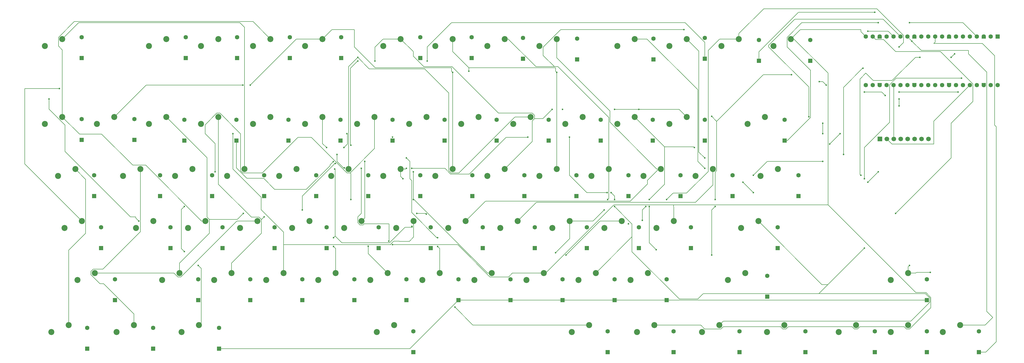
<source format=gbr>
%TF.GenerationSoftware,KiCad,Pcbnew,9.0.2*%
%TF.CreationDate,2025-07-16T18:53:34+05:00*%
%TF.ProjectId,SR-U2764,53522d55-3237-4363-942e-6b696361645f,rev?*%
%TF.SameCoordinates,Original*%
%TF.FileFunction,Copper,L2,Bot*%
%TF.FilePolarity,Positive*%
%FSLAX46Y46*%
G04 Gerber Fmt 4.6, Leading zero omitted, Abs format (unit mm)*
G04 Created by KiCad (PCBNEW 9.0.2) date 2025-07-16 18:53:34*
%MOMM*%
%LPD*%
G01*
G04 APERTURE LIST*
G04 Aperture macros list*
%AMRoundRect*
0 Rectangle with rounded corners*
0 $1 Rounding radius*
0 $2 $3 $4 $5 $6 $7 $8 $9 X,Y pos of 4 corners*
0 Add a 4 corners polygon primitive as box body*
4,1,4,$2,$3,$4,$5,$6,$7,$8,$9,$2,$3,0*
0 Add four circle primitives for the rounded corners*
1,1,$1+$1,$2,$3*
1,1,$1+$1,$4,$5*
1,1,$1+$1,$6,$7*
1,1,$1+$1,$8,$9*
0 Add four rect primitives between the rounded corners*
20,1,$1+$1,$2,$3,$4,$5,0*
20,1,$1+$1,$4,$5,$6,$7,0*
20,1,$1+$1,$6,$7,$8,$9,0*
20,1,$1+$1,$8,$9,$2,$3,0*%
%AMFreePoly0*
4,1,37,0.603843,0.796157,0.639018,0.796157,0.711114,0.766294,0.766294,0.711114,0.796157,0.639018,0.796157,0.603843,0.800000,0.600000,0.800000,-0.600000,0.796157,-0.603843,0.796157,-0.639018,0.766294,-0.711114,0.711114,-0.766294,0.639018,-0.796157,0.603843,-0.796157,0.600000,-0.800000,0.000000,-0.800000,0.000000,-0.796148,-0.078414,-0.796148,-0.232228,-0.765552,-0.377117,-0.705537,
-0.507515,-0.618408,-0.618408,-0.507515,-0.705537,-0.377117,-0.765552,-0.232228,-0.796148,-0.078414,-0.796148,0.078414,-0.765552,0.232228,-0.705537,0.377117,-0.618408,0.507515,-0.507515,0.618408,-0.377117,0.705537,-0.232228,0.765552,-0.078414,0.796148,0.000000,0.796148,0.000000,0.800000,0.600000,0.800000,0.603843,0.796157,0.603843,0.796157,$1*%
%AMFreePoly1*
4,1,37,0.000000,0.796148,0.078414,0.796148,0.232228,0.765552,0.377117,0.705537,0.507515,0.618408,0.618408,0.507515,0.705537,0.377117,0.765552,0.232228,0.796148,0.078414,0.796148,-0.078414,0.765552,-0.232228,0.705537,-0.377117,0.618408,-0.507515,0.507515,-0.618408,0.377117,-0.705537,0.232228,-0.765552,0.078414,-0.796148,0.000000,-0.796148,0.000000,-0.800000,-0.600000,-0.800000,
-0.603843,-0.796157,-0.639018,-0.796157,-0.711114,-0.766294,-0.766294,-0.711114,-0.796157,-0.639018,-0.796157,-0.603843,-0.800000,-0.600000,-0.800000,0.600000,-0.796157,0.603843,-0.796157,0.639018,-0.766294,0.711114,-0.711114,0.766294,-0.639018,0.796157,-0.603843,0.796157,-0.600000,0.800000,0.000000,0.800000,0.000000,0.796148,0.000000,0.796148,$1*%
G04 Aperture macros list end*
%TA.AperFunction,ComponentPad*%
%ADD10C,2.200000*%
%TD*%
%TA.AperFunction,ComponentPad*%
%ADD11RoundRect,0.250000X0.550000X-0.550000X0.550000X0.550000X-0.550000X0.550000X-0.550000X-0.550000X0*%
%TD*%
%TA.AperFunction,ComponentPad*%
%ADD12C,1.600000*%
%TD*%
%TA.AperFunction,ComponentPad*%
%ADD13RoundRect,0.200000X-0.600000X0.600000X-0.600000X-0.600000X0.600000X-0.600000X0.600000X0.600000X0*%
%TD*%
%TA.AperFunction,ComponentPad*%
%ADD14FreePoly0,270.000000*%
%TD*%
%TA.AperFunction,ComponentPad*%
%ADD15FreePoly1,270.000000*%
%TD*%
%TA.AperFunction,ComponentPad*%
%ADD16R,1.700000X1.700000*%
%TD*%
%TA.AperFunction,ComponentPad*%
%ADD17C,1.700000*%
%TD*%
%TA.AperFunction,ViaPad*%
%ADD18C,0.600000*%
%TD*%
%TA.AperFunction,Conductor*%
%ADD19C,0.200000*%
%TD*%
G04 APERTURE END LIST*
D10*
%TO.P,SW11,1,1*%
%TO.N,COL1*%
X272858750Y-41520000D03*
%TO.P,SW11,2,2*%
%TO.N,Net-(D11-A)*%
X266508750Y-44060000D03*
%TD*%
D11*
%TO.P,D72,1,K*%
%TO.N,ROW8*%
X243840000Y-156210000D03*
D12*
%TO.P,D72,2,A*%
%TO.N,Net-(D72-A)*%
X243840000Y-148590000D03*
%TD*%
D11*
%TO.P,D46,1,K*%
%TO.N,ROW5*%
X140970000Y-118110000D03*
D12*
%TO.P,D46,2,A*%
%TO.N,Net-(D46-A)*%
X140970000Y-110490000D03*
%TD*%
D11*
%TO.P,D10,1,K*%
%TO.N,ROW1*%
X260604000Y-49022000D03*
D12*
%TO.P,D10,2,A*%
%TO.N,Net-(D10-A)*%
X260604000Y-41402000D03*
%TD*%
D10*
%TO.P,SW62,1,1*%
%TO.N,COL2*%
X201421250Y-127245000D03*
%TO.P,SW62,2,2*%
%TO.N,Net-(D62-A)*%
X195071250Y-129785000D03*
%TD*%
%TO.P,SW56,1,1*%
%TO.N,COL6*%
X87121250Y-127245000D03*
%TO.P,SW56,2,2*%
%TO.N,Net-(D56-A)*%
X80771250Y-129785000D03*
%TD*%
%TO.P,SW19,1,1*%
%TO.N,COL9*%
X139508750Y-70095000D03*
%TO.P,SW19,2,2*%
%TO.N,Net-(D19-A)*%
X133158750Y-72635000D03*
%TD*%
D11*
%TO.P,D75,1,K*%
%TO.N,ROW8*%
X316230000Y-156210000D03*
D12*
%TO.P,D75,2,A*%
%TO.N,Net-(D75-A)*%
X316230000Y-148590000D03*
%TD*%
D10*
%TO.P,SW31,1,1*%
%TO.N,COL1*%
X110933750Y-89145000D03*
%TO.P,SW31,2,2*%
%TO.N,Net-(D31-A)*%
X104583750Y-91685000D03*
%TD*%
%TO.P,SW58,1,1*%
%TO.N,COL8*%
X125221250Y-127245000D03*
%TO.P,SW58,2,2*%
%TO.N,Net-(D58-A)*%
X118871250Y-129785000D03*
%TD*%
D11*
%TO.P,D37,1,K*%
%TO.N,ROW4*%
X232410000Y-99060000D03*
D12*
%TO.P,D37,2,A*%
%TO.N,Net-(D37-A)*%
X232410000Y-91440000D03*
%TD*%
D11*
%TO.P,D22,1,K*%
%TO.N,ROW3*%
X203200000Y-78740000D03*
D12*
%TO.P,D22,2,A*%
%TO.N,Net-(D22-A)*%
X203200000Y-71120000D03*
%TD*%
D11*
%TO.P,D39,1,K*%
%TO.N,ROW4*%
X270510000Y-99060000D03*
D12*
%TO.P,D39,2,A*%
%TO.N,Net-(D39-A)*%
X270510000Y-91440000D03*
%TD*%
D11*
%TO.P,D14,1,K*%
%TO.N,ROW2*%
X51308000Y-78486000D03*
D12*
%TO.P,D14,2,A*%
%TO.N,Net-(D14-A)*%
X51308000Y-70866000D03*
%TD*%
D10*
%TO.P,SW49,1,1*%
%TO.N,COL9*%
X191896250Y-108195000D03*
%TO.P,SW49,2,2*%
%TO.N,Net-(D49-A)*%
X185546250Y-110735000D03*
%TD*%
D11*
%TO.P,D65,1,K*%
%TO.N,ROW7*%
X265430000Y-137160000D03*
D12*
%TO.P,D65,2,A*%
%TO.N,Net-(D65-A)*%
X265430000Y-129540000D03*
%TD*%
D10*
%TO.P,SW72,1,1*%
%TO.N,COL2*%
X237140000Y-146295000D03*
%TO.P,SW72,2,2*%
%TO.N,Net-(D72-A)*%
X230790000Y-148835000D03*
%TD*%
D11*
%TO.P,D56,1,K*%
%TO.N,ROW6*%
X93980000Y-137160000D03*
D12*
%TO.P,D56,2,A*%
%TO.N,Net-(D56-A)*%
X93980000Y-129540000D03*
%TD*%
D10*
%TO.P,SW38,1,1*%
%TO.N,COL8*%
X244283750Y-89145000D03*
%TO.P,SW38,2,2*%
%TO.N,Net-(D38-A)*%
X237933750Y-91685000D03*
%TD*%
%TO.P,SW17,1,1*%
%TO.N,COL7*%
X101408750Y-70095000D03*
%TO.P,SW17,2,2*%
%TO.N,Net-(D17-A)*%
X95058750Y-72635000D03*
%TD*%
%TO.P,SW67,1,1*%
%TO.N,COL7*%
X353821250Y-127245000D03*
%TO.P,SW67,2,2*%
%TO.N,Net-(D67-A)*%
X347471250Y-129785000D03*
%TD*%
D11*
%TO.P,D20,1,K*%
%TO.N,ROW2*%
X165100000Y-78740000D03*
D12*
%TO.P,D20,2,A*%
%TO.N,Net-(D20-A)*%
X165100000Y-71120000D03*
%TD*%
D10*
%TO.P,SW63,1,1*%
%TO.N,COL3*%
X220471250Y-127245000D03*
%TO.P,SW63,2,2*%
%TO.N,Net-(D63-A)*%
X214121250Y-129785000D03*
%TD*%
D11*
%TO.P,D9,1,K*%
%TO.N,ROW1*%
X232664000Y-49022000D03*
D12*
%TO.P,D9,2,A*%
%TO.N,Net-(D9-A)*%
X232664000Y-41402000D03*
%TD*%
D11*
%TO.P,D59,1,K*%
%TO.N,ROW6*%
X151130000Y-137160000D03*
D12*
%TO.P,D59,2,A*%
%TO.N,Net-(D59-A)*%
X151130000Y-129540000D03*
%TD*%
D10*
%TO.P,SW65,1,1*%
%TO.N,COL5*%
X258571250Y-127245000D03*
%TO.P,SW65,2,2*%
%TO.N,Net-(D65-A)*%
X252221250Y-129785000D03*
%TD*%
%TO.P,SW50,1,1*%
%TO.N,COL10*%
X210946250Y-108195000D03*
%TO.P,SW50,2,2*%
%TO.N,Net-(D50-A)*%
X204596250Y-110735000D03*
%TD*%
%TO.P,SW29,1,1*%
%TO.N,COL9*%
X72833750Y-89145000D03*
%TO.P,SW29,2,2*%
%TO.N,Net-(D29-A)*%
X66483750Y-91685000D03*
%TD*%
D11*
%TO.P,D6,1,K*%
%TO.N,ROW1*%
X175260000Y-48514000D03*
D12*
%TO.P,D6,2,A*%
%TO.N,Net-(D6-A)*%
X175260000Y-40894000D03*
%TD*%
D10*
%TO.P,SW75,1,1*%
%TO.N,COL5*%
X308577500Y-146295000D03*
%TO.P,SW75,2,2*%
%TO.N,Net-(D75-A)*%
X302227500Y-148835000D03*
%TD*%
D11*
%TO.P,D38,1,K*%
%TO.N,ROW4*%
X251460000Y-99060000D03*
D12*
%TO.P,D38,2,A*%
%TO.N,Net-(D38-A)*%
X251460000Y-91440000D03*
%TD*%
D11*
%TO.P,D4,1,K*%
%TO.N,ROW1*%
X127508000Y-48514000D03*
D12*
%TO.P,D4,2,A*%
%TO.N,Net-(D4-A)*%
X127508000Y-40894000D03*
%TD*%
D11*
%TO.P,D25,1,K*%
%TO.N,ROW3*%
X260350000Y-78740000D03*
D12*
%TO.P,D25,2,A*%
%TO.N,Net-(D25-A)*%
X260350000Y-71120000D03*
%TD*%
D11*
%TO.P,D3,1,K*%
%TO.N,ROW1*%
X108204000Y-48514000D03*
D12*
%TO.P,D3,2,A*%
%TO.N,Net-(D3-A)*%
X108204000Y-40894000D03*
%TD*%
D11*
%TO.P,D21,1,K*%
%TO.N,ROW3*%
X184150000Y-78740000D03*
D12*
%TO.P,D21,2,A*%
%TO.N,Net-(D21-A)*%
X184150000Y-71120000D03*
%TD*%
D11*
%TO.P,D71,1,K*%
%TO.N,ROW8*%
X172720000Y-156210000D03*
D12*
%TO.P,D71,2,A*%
%TO.N,Net-(D71-A)*%
X172720000Y-148590000D03*
%TD*%
D10*
%TO.P,SW24,1,1*%
%TO.N,COL4*%
X234758750Y-70095000D03*
%TO.P,SW24,2,2*%
%TO.N,Net-(D24-A)*%
X228408750Y-72635000D03*
%TD*%
%TO.P,SW41,1,1*%
%TO.N,COL1*%
X306196250Y-89145000D03*
%TO.P,SW41,2,2*%
%TO.N,Net-(D41-A)*%
X299846250Y-91685000D03*
%TD*%
D11*
%TO.P,D60,1,K*%
%TO.N,ROW6*%
X170180000Y-137160000D03*
D12*
%TO.P,D60,2,A*%
%TO.N,Net-(D60-A)*%
X170180000Y-129540000D03*
%TD*%
D10*
%TO.P,SW25,1,1*%
%TO.N,COL5*%
X253808750Y-70095000D03*
%TO.P,SW25,2,2*%
%TO.N,Net-(D25-A)*%
X247458750Y-72635000D03*
%TD*%
D11*
%TO.P,D44,1,K*%
%TO.N,ROW5*%
X102870000Y-118110000D03*
D12*
%TO.P,D44,2,A*%
%TO.N,Net-(D44-A)*%
X102870000Y-110490000D03*
%TD*%
D11*
%TO.P,D53,1,K*%
%TO.N,ROW6*%
X274320000Y-118110000D03*
D12*
%TO.P,D53,2,A*%
%TO.N,Net-(D53-A)*%
X274320000Y-110490000D03*
%TD*%
D11*
%TO.P,D63,1,K*%
%TO.N,ROW7*%
X227330000Y-137160000D03*
D12*
%TO.P,D63,2,A*%
%TO.N,Net-(D63-A)*%
X227330000Y-129540000D03*
%TD*%
D10*
%TO.P,SW78,1,1*%
%TO.N,COL8*%
X372871250Y-146295000D03*
%TO.P,SW78,2,2*%
%TO.N,Net-(D78-A)*%
X366521250Y-148835000D03*
%TD*%
%TO.P,SW36,1,1*%
%TO.N,COL6*%
X206183750Y-89145000D03*
%TO.P,SW36,2,2*%
%TO.N,Net-(D36-A)*%
X199833750Y-91685000D03*
%TD*%
%TO.P,SW16,1,1*%
%TO.N,COL6*%
X82358750Y-70095000D03*
%TO.P,SW16,2,2*%
%TO.N,Net-(D16-A)*%
X76008750Y-72635000D03*
%TD*%
D11*
%TO.P,D42,1,K*%
%TO.N,ROW5*%
X58420000Y-118110000D03*
D12*
%TO.P,D42,2,A*%
%TO.N,Net-(D42-A)*%
X58420000Y-110490000D03*
%TD*%
D10*
%TO.P,SW47,1,1*%
%TO.N,COL7*%
X153796250Y-108195000D03*
%TO.P,SW47,2,2*%
%TO.N,Net-(D47-A)*%
X147446250Y-110735000D03*
%TD*%
D11*
%TO.P,D16,1,K*%
%TO.N,ROW2*%
X88900000Y-78740000D03*
D12*
%TO.P,D16,2,A*%
%TO.N,Net-(D16-A)*%
X88900000Y-71120000D03*
%TD*%
D10*
%TO.P,SW46,1,1*%
%TO.N,COL6*%
X134746250Y-108195000D03*
%TO.P,SW46,2,2*%
%TO.N,Net-(D46-A)*%
X128396250Y-110735000D03*
%TD*%
D11*
%TO.P,D29,1,K*%
%TO.N,ROW3*%
X80010000Y-99060000D03*
D12*
%TO.P,D29,2,A*%
%TO.N,Net-(D29-A)*%
X80010000Y-91440000D03*
%TD*%
D10*
%TO.P,SW34,1,1*%
%TO.N,COL4*%
X168083750Y-89145000D03*
%TO.P,SW34,2,2*%
%TO.N,Net-(D34-A)*%
X161733750Y-91685000D03*
%TD*%
D11*
%TO.P,D50,1,K*%
%TO.N,ROW5*%
X217170000Y-118110000D03*
D12*
%TO.P,D50,2,A*%
%TO.N,Net-(D50-A)*%
X217170000Y-110490000D03*
%TD*%
D10*
%TO.P,SW26,1,1*%
%TO.N,COL6*%
X272858750Y-70095000D03*
%TO.P,SW26,2,2*%
%TO.N,Net-(D26-A)*%
X266508750Y-72635000D03*
%TD*%
D11*
%TO.P,D43,1,K*%
%TO.N,ROW5*%
X83820000Y-118110000D03*
D12*
%TO.P,D43,2,A*%
%TO.N,Net-(D43-A)*%
X83820000Y-110490000D03*
%TD*%
D10*
%TO.P,SW8,1,1*%
%TO.N,COL8*%
X206183750Y-41520000D03*
%TO.P,SW8,2,2*%
%TO.N,Net-(D8-A)*%
X199833750Y-44060000D03*
%TD*%
%TO.P,SW55,1,1*%
%TO.N,COL5*%
X56165000Y-127245000D03*
%TO.P,SW55,2,2*%
%TO.N,Net-(D55-A)*%
X49815000Y-129785000D03*
%TD*%
D11*
%TO.P,D48,1,K*%
%TO.N,ROW5*%
X179070000Y-118110000D03*
D12*
%TO.P,D48,2,A*%
%TO.N,Net-(D48-A)*%
X179070000Y-110490000D03*
%TD*%
D11*
%TO.P,D19,1,K*%
%TO.N,ROW2*%
X146050000Y-78740000D03*
D12*
%TO.P,D19,2,A*%
%TO.N,Net-(D19-A)*%
X146050000Y-71120000D03*
%TD*%
D10*
%TO.P,SW76,1,1*%
%TO.N,COL6*%
X334771250Y-146295000D03*
%TO.P,SW76,2,2*%
%TO.N,Net-(D76-A)*%
X328421250Y-148835000D03*
%TD*%
%TO.P,SW2,1,1*%
%TO.N,COL2*%
X82358750Y-41520000D03*
%TO.P,SW2,2,2*%
%TO.N,Net-(D2-A)*%
X76008750Y-44060000D03*
%TD*%
D11*
%TO.P,D17,1,K*%
%TO.N,ROW2*%
X107950000Y-78740000D03*
D12*
%TO.P,D17,2,A*%
%TO.N,Net-(D17-A)*%
X107950000Y-71120000D03*
%TD*%
D10*
%TO.P,SW61,1,1*%
%TO.N,COL1*%
X182371250Y-127245000D03*
%TO.P,SW61,2,2*%
%TO.N,Net-(D61-A)*%
X176021250Y-129785000D03*
%TD*%
D11*
%TO.P,D47,1,K*%
%TO.N,ROW5*%
X160020000Y-118110000D03*
D12*
%TO.P,D47,2,A*%
%TO.N,Net-(D47-A)*%
X160020000Y-110490000D03*
%TD*%
D11*
%TO.P,D33,1,K*%
%TO.N,ROW4*%
X156210000Y-99060000D03*
D12*
%TO.P,D33,2,A*%
%TO.N,Net-(D33-A)*%
X156210000Y-91440000D03*
%TD*%
D11*
%TO.P,D31,1,K*%
%TO.N,ROW4*%
X118110000Y-99060000D03*
D12*
%TO.P,D31,2,A*%
%TO.N,Net-(D31-A)*%
X118110000Y-91440000D03*
%TD*%
D10*
%TO.P,SW37,1,1*%
%TO.N,COL7*%
X225233750Y-89145000D03*
%TO.P,SW37,2,2*%
%TO.N,Net-(D37-A)*%
X218883750Y-91685000D03*
%TD*%
D13*
%TO.P,U2,1,GPIO0*%
%TO.N,ROW1*%
X386588000Y-40640000D03*
D12*
%TO.P,U2,2,GPIO1*%
%TO.N,ROW2*%
X384048000Y-40640000D03*
D14*
%TO.P,U2,3,GND*%
%TO.N,unconnected-(U2-GND-Pad3)*%
X381508000Y-40640000D03*
D12*
%TO.P,U2,4,GPIO2*%
%TO.N,ROW3*%
X378968000Y-40640000D03*
%TO.P,U2,5,GPIO3*%
%TO.N,ROW4*%
X376428000Y-40640000D03*
%TO.P,U2,6,GPIO4*%
%TO.N,ROW5*%
X373888000Y-40640000D03*
%TO.P,U2,7,GPIO5*%
%TO.N,ROW6*%
X371348000Y-40640000D03*
D14*
%TO.P,U2,8,GND*%
%TO.N,unconnected-(U2-GND-Pad8)*%
X368808000Y-40640000D03*
D12*
%TO.P,U2,9,GPIO6*%
%TO.N,ROW7*%
X366268000Y-40640000D03*
%TO.P,U2,10,GPIO7*%
%TO.N,ROW8*%
X363728000Y-40640000D03*
%TO.P,U2,11,GPIO8*%
%TO.N,COL10*%
X361188000Y-40640000D03*
%TO.P,U2,12,GPIO9*%
%TO.N,COL9*%
X358648000Y-40640000D03*
D14*
%TO.P,U2,13,GND*%
%TO.N,unconnected-(U2-GND-Pad13)*%
X356108000Y-40640000D03*
D12*
%TO.P,U2,14,GPIO10*%
%TO.N,COL8*%
X353568000Y-40640000D03*
%TO.P,U2,15,GPIO11*%
%TO.N,COL7*%
X351028000Y-40640000D03*
%TO.P,U2,16,GPIO12*%
%TO.N,COL6*%
X348488000Y-40640000D03*
%TO.P,U2,17,GPIO13*%
%TO.N,COL5*%
X345948000Y-40640000D03*
D14*
%TO.P,U2,18,GND*%
%TO.N,unconnected-(U2-GND-Pad18)*%
X343408000Y-40640000D03*
D12*
%TO.P,U2,19,GPIO14*%
%TO.N,COL4*%
X340868000Y-40640000D03*
%TO.P,U2,20,GPIO15*%
%TO.N,COL3*%
X338328000Y-40640000D03*
%TO.P,U2,21,GPIO16*%
%TO.N,COL2*%
X338328000Y-58420000D03*
%TO.P,U2,22,GPIO17*%
%TO.N,COL1*%
X340868000Y-58420000D03*
D15*
%TO.P,U2,23,GND*%
%TO.N,Net-(Brd1-GND)*%
X343408000Y-58420000D03*
D12*
%TO.P,U2,24,GPIO18*%
%TO.N,Net-(Brd1-SDA)*%
X345948000Y-58420000D03*
%TO.P,U2,25,GPIO19*%
%TO.N,Net-(Brd1-SCL)*%
X348488000Y-58420000D03*
%TO.P,U2,26,GPIO20*%
%TO.N,unconnected-(U2-GPIO20-Pad26)*%
X351028000Y-58420000D03*
%TO.P,U2,27,GPIO21*%
%TO.N,unconnected-(U2-GPIO21-Pad27)*%
X353568000Y-58420000D03*
D15*
%TO.P,U2,28,GND*%
%TO.N,unconnected-(U2-GND-Pad28)*%
X356108000Y-58420000D03*
D12*
%TO.P,U2,29,GPIO22*%
%TO.N,unconnected-(U2-GPIO22-Pad29)*%
X358648000Y-58420000D03*
%TO.P,U2,30,RUN*%
%TO.N,unconnected-(U2-RUN-Pad30)*%
X361188000Y-58420000D03*
%TO.P,U2,31,GPIO26_ADC0*%
%TO.N,unconnected-(U2-GPIO26_ADC0-Pad31)*%
X363728000Y-58420000D03*
%TO.P,U2,32,GPIO27_ADC1*%
%TO.N,unconnected-(U2-GPIO27_ADC1-Pad32)*%
X366268000Y-58420000D03*
D15*
%TO.P,U2,33,AGND*%
%TO.N,unconnected-(U2-AGND-Pad33)*%
X368808000Y-58420000D03*
D12*
%TO.P,U2,34,GPIO28_ADC2*%
%TO.N,unconnected-(U2-GPIO28_ADC2-Pad34)*%
X371348000Y-58420000D03*
%TO.P,U2,35,ADC_VREF*%
%TO.N,unconnected-(U2-ADC_VREF-Pad35)*%
X373888000Y-58420000D03*
%TO.P,U2,36,3V3*%
%TO.N,Net-(Brd1-VCC)*%
X376428000Y-58420000D03*
%TO.P,U2,37,3V3_EN*%
%TO.N,unconnected-(U2-3V3_EN-Pad37)*%
X378968000Y-58420000D03*
D15*
%TO.P,U2,38,GND*%
%TO.N,unconnected-(U2-GND-Pad38)*%
X381508000Y-58420000D03*
D12*
%TO.P,U2,39,VSYS*%
%TO.N,unconnected-(U2-VSYS-Pad39)*%
X384048000Y-58420000D03*
%TO.P,U2,40,VBUS*%
%TO.N,unconnected-(U2-VBUS-Pad40)*%
X386588000Y-58420000D03*
%TD*%
D11*
%TO.P,D28,1,K*%
%TO.N,ROW3*%
X55880000Y-99060000D03*
D12*
%TO.P,D28,2,A*%
%TO.N,Net-(D28-A)*%
X55880000Y-91440000D03*
%TD*%
D11*
%TO.P,D62,1,K*%
%TO.N,ROW7*%
X208280000Y-137160000D03*
D12*
%TO.P,D62,2,A*%
%TO.N,Net-(D62-A)*%
X208280000Y-129540000D03*
%TD*%
D10*
%TO.P,SW57,1,1*%
%TO.N,COL7*%
X106171250Y-127245000D03*
%TO.P,SW57,2,2*%
%TO.N,Net-(D57-A)*%
X99821250Y-129785000D03*
%TD*%
%TO.P,SW45,1,1*%
%TO.N,COL5*%
X115696250Y-108195000D03*
%TO.P,SW45,2,2*%
%TO.N,Net-(D45-A)*%
X109346250Y-110735000D03*
%TD*%
%TO.P,SW73,1,1*%
%TO.N,COL3*%
X260952500Y-146295000D03*
%TO.P,SW73,2,2*%
%TO.N,Net-(D73-A)*%
X254602500Y-148835000D03*
%TD*%
%TO.P,SW59,1,1*%
%TO.N,COL9*%
X144271250Y-127245000D03*
%TO.P,SW59,2,2*%
%TO.N,Net-(D59-A)*%
X137921250Y-129785000D03*
%TD*%
%TO.P,SW32,1,1*%
%TO.N,COL2*%
X129983750Y-89145000D03*
%TO.P,SW32,2,2*%
%TO.N,Net-(D32-A)*%
X123633750Y-91685000D03*
%TD*%
%TO.P,SW28,1,1*%
%TO.N,COL8*%
X49021250Y-89145000D03*
%TO.P,SW28,2,2*%
%TO.N,Net-(D28-A)*%
X42671250Y-91685000D03*
%TD*%
D11*
%TO.P,D54,1,K*%
%TO.N,ROW6*%
X306070000Y-118110000D03*
D12*
%TO.P,D54,2,A*%
%TO.N,Net-(D54-A)*%
X306070000Y-110490000D03*
%TD*%
D11*
%TO.P,D58,1,K*%
%TO.N,ROW6*%
X132080000Y-137160000D03*
D12*
%TO.P,D58,2,A*%
%TO.N,Net-(D58-A)*%
X132080000Y-129540000D03*
%TD*%
D11*
%TO.P,D66,1,K*%
%TO.N,ROW7*%
X302260000Y-135890000D03*
D12*
%TO.P,D66,2,A*%
%TO.N,Net-(D66-A)*%
X302260000Y-128270000D03*
%TD*%
D10*
%TO.P,SW33,1,1*%
%TO.N,COL3*%
X149033750Y-89145000D03*
%TO.P,SW33,2,2*%
%TO.N,Net-(D33-A)*%
X142683750Y-91685000D03*
%TD*%
%TO.P,SW23,1,1*%
%TO.N,COL3*%
X215708750Y-70095000D03*
%TO.P,SW23,2,2*%
%TO.N,Net-(D23-A)*%
X209358750Y-72635000D03*
%TD*%
D11*
%TO.P,D2,1,K*%
%TO.N,ROW1*%
X89408000Y-48514000D03*
D12*
%TO.P,D2,2,A*%
%TO.N,Net-(D2-A)*%
X89408000Y-40894000D03*
%TD*%
D11*
%TO.P,D70,1,K*%
%TO.N,ROW7*%
X101600000Y-154940000D03*
D12*
%TO.P,D70,2,A*%
%TO.N,Net-(D70-A)*%
X101600000Y-147320000D03*
%TD*%
D10*
%TO.P,SW71,1,1*%
%TO.N,COL1*%
X165702500Y-146295000D03*
%TO.P,SW71,2,2*%
%TO.N,Net-(D71-A)*%
X159352500Y-148835000D03*
%TD*%
%TO.P,SW20,1,1*%
%TO.N,COL10*%
X158558750Y-70095000D03*
%TO.P,SW20,2,2*%
%TO.N,Net-(D20-A)*%
X152208750Y-72635000D03*
%TD*%
%TO.P,SW68,1,1*%
%TO.N,COL8*%
X46640000Y-146295000D03*
%TO.P,SW68,2,2*%
%TO.N,Net-(D68-A)*%
X40290000Y-148835000D03*
%TD*%
D11*
%TO.P,D61,1,K*%
%TO.N,ROW7*%
X189230000Y-137160000D03*
D12*
%TO.P,D61,2,A*%
%TO.N,Net-(D61-A)*%
X189230000Y-129540000D03*
%TD*%
D10*
%TO.P,SW12,1,1*%
%TO.N,COL2*%
X291908750Y-41520000D03*
%TO.P,SW12,2,2*%
%TO.N,Net-(D12-A)*%
X285558750Y-44060000D03*
%TD*%
%TO.P,SW5,1,1*%
%TO.N,COL5*%
X139508750Y-41520000D03*
%TO.P,SW5,2,2*%
%TO.N,Net-(D5-A)*%
X133158750Y-44060000D03*
%TD*%
D11*
%TO.P,D69,1,K*%
%TO.N,ROW7*%
X77470000Y-154940000D03*
D12*
%TO.P,D69,2,A*%
%TO.N,Net-(D69-A)*%
X77470000Y-147320000D03*
%TD*%
D11*
%TO.P,D51,1,K*%
%TO.N,ROW6*%
X236220000Y-118110000D03*
D12*
%TO.P,D51,2,A*%
%TO.N,Net-(D51-A)*%
X236220000Y-110490000D03*
%TD*%
D10*
%TO.P,SW15,1,1*%
%TO.N,COL5*%
X63308750Y-70095000D03*
%TO.P,SW15,2,2*%
%TO.N,Net-(D15-A)*%
X56958750Y-72635000D03*
%TD*%
D16*
%TO.P,Brd1,1,GND*%
%TO.N,Net-(Brd1-GND)*%
X343535000Y-78133750D03*
D17*
%TO.P,Brd1,2,VCC*%
%TO.N,Net-(Brd1-VCC)*%
X346075000Y-78133750D03*
%TO.P,Brd1,3,SCL*%
%TO.N,Net-(Brd1-SCL)*%
X348615000Y-78133750D03*
%TO.P,Brd1,4,SDA*%
%TO.N,Net-(Brd1-SDA)*%
X351155000Y-78133750D03*
%TO.P,Brd1,5*%
%TO.N,N/C*%
X353695000Y-78133750D03*
%TO.P,Brd1,6*%
X356235000Y-78133750D03*
%TO.P,Brd1,7*%
X358775000Y-78133750D03*
%TO.P,Brd1,8*%
X361315000Y-78133750D03*
%TD*%
D11*
%TO.P,D45,1,K*%
%TO.N,ROW5*%
X121920000Y-118110000D03*
D12*
%TO.P,D45,2,A*%
%TO.N,Net-(D45-A)*%
X121920000Y-110490000D03*
%TD*%
D11*
%TO.P,D24,1,K*%
%TO.N,ROW3*%
X241300000Y-78740000D03*
D12*
%TO.P,D24,2,A*%
%TO.N,Net-(D24-A)*%
X241300000Y-71120000D03*
%TD*%
D10*
%TO.P,SW27,1,1*%
%TO.N,COL7*%
X301433750Y-70095000D03*
%TO.P,SW27,2,2*%
%TO.N,Net-(D27-A)*%
X295083750Y-72635000D03*
%TD*%
D11*
%TO.P,D67,1,K*%
%TO.N,ROW7*%
X360680000Y-137160000D03*
D12*
%TO.P,D67,2,A*%
%TO.N,Net-(D67-A)*%
X360680000Y-129540000D03*
%TD*%
D11*
%TO.P,D35,1,K*%
%TO.N,ROW4*%
X194310000Y-99060000D03*
D12*
%TO.P,D35,2,A*%
%TO.N,Net-(D35-A)*%
X194310000Y-91440000D03*
%TD*%
D10*
%TO.P,SW7,1,1*%
%TO.N,COL7*%
X187133750Y-41520000D03*
%TO.P,SW7,2,2*%
%TO.N,Net-(D7-A)*%
X180783750Y-44060000D03*
%TD*%
%TO.P,SW22,1,1*%
%TO.N,COL2*%
X196658750Y-70095000D03*
%TO.P,SW22,2,2*%
%TO.N,Net-(D22-A)*%
X190308750Y-72635000D03*
%TD*%
D11*
%TO.P,D73,1,K*%
%TO.N,ROW8*%
X267970000Y-156210000D03*
D12*
%TO.P,D73,2,A*%
%TO.N,Net-(D73-A)*%
X267970000Y-148590000D03*
%TD*%
D10*
%TO.P,SW21,1,1*%
%TO.N,COL1*%
X177608750Y-70095000D03*
%TO.P,SW21,2,2*%
%TO.N,Net-(D21-A)*%
X171258750Y-72635000D03*
%TD*%
%TO.P,SW64,1,1*%
%TO.N,COL4*%
X239521250Y-127245000D03*
%TO.P,SW64,2,2*%
%TO.N,Net-(D64-A)*%
X233171250Y-129785000D03*
%TD*%
%TO.P,SW43,1,1*%
%TO.N,COL3*%
X77596250Y-108195000D03*
%TO.P,SW43,2,2*%
%TO.N,Net-(D43-A)*%
X71246250Y-110735000D03*
%TD*%
%TO.P,SW70,1,1*%
%TO.N,COL10*%
X94265000Y-146295000D03*
%TO.P,SW70,2,2*%
%TO.N,Net-(D70-A)*%
X87915000Y-148835000D03*
%TD*%
%TO.P,SW3,1,1*%
%TO.N,COL3*%
X101408750Y-41520000D03*
%TO.P,SW3,2,2*%
%TO.N,Net-(D3-A)*%
X95058750Y-44060000D03*
%TD*%
%TO.P,SW66,1,1*%
%TO.N,COL6*%
X294290000Y-127245000D03*
%TO.P,SW66,2,2*%
%TO.N,Net-(D66-A)*%
X287940000Y-129785000D03*
%TD*%
%TO.P,SW9,1,1*%
%TO.N,COL9*%
X225233750Y-41520000D03*
%TO.P,SW9,2,2*%
%TO.N,Net-(D9-A)*%
X218883750Y-44060000D03*
%TD*%
%TO.P,SW4,1,1*%
%TO.N,COL4*%
X120458750Y-41520000D03*
%TO.P,SW4,2,2*%
%TO.N,Net-(D4-A)*%
X114108750Y-44060000D03*
%TD*%
D11*
%TO.P,D11,1,K*%
%TO.N,ROW2*%
X279400000Y-48768000D03*
D12*
%TO.P,D11,2,A*%
%TO.N,Net-(D11-A)*%
X279400000Y-41148000D03*
%TD*%
D10*
%TO.P,SW6,1,1*%
%TO.N,COL6*%
X168083750Y-41520000D03*
%TO.P,SW6,2,2*%
%TO.N,Net-(D6-A)*%
X161733750Y-44060000D03*
%TD*%
D11*
%TO.P,D13,1,K*%
%TO.N,ROW2*%
X318008000Y-49530000D03*
D12*
%TO.P,D13,2,A*%
%TO.N,Net-(D13-A)*%
X318008000Y-41910000D03*
%TD*%
D10*
%TO.P,SW48,1,1*%
%TO.N,COL8*%
X172846250Y-108195000D03*
%TO.P,SW48,2,2*%
%TO.N,Net-(D48-A)*%
X166496250Y-110735000D03*
%TD*%
D11*
%TO.P,D1,1,K*%
%TO.N,ROW1*%
X51308000Y-48514000D03*
D12*
%TO.P,D1,2,A*%
%TO.N,Net-(D1-A)*%
X51308000Y-40894000D03*
%TD*%
D10*
%TO.P,SW35,1,1*%
%TO.N,COL5*%
X187133750Y-89145000D03*
%TO.P,SW35,2,2*%
%TO.N,Net-(D35-A)*%
X180783750Y-91685000D03*
%TD*%
D11*
%TO.P,D32,1,K*%
%TO.N,ROW4*%
X137160000Y-99060000D03*
D12*
%TO.P,D32,2,A*%
%TO.N,Net-(D32-A)*%
X137160000Y-91440000D03*
%TD*%
D11*
%TO.P,D5,1,K*%
%TO.N,ROW1*%
X146304000Y-48514000D03*
D12*
%TO.P,D5,2,A*%
%TO.N,Net-(D5-A)*%
X146304000Y-40894000D03*
%TD*%
D11*
%TO.P,D40,1,K*%
%TO.N,ROW4*%
X289560000Y-99060000D03*
D12*
%TO.P,D40,2,A*%
%TO.N,Net-(D40-A)*%
X289560000Y-91440000D03*
%TD*%
D10*
%TO.P,SW13,1,1*%
%TO.N,COL3*%
X310958750Y-41520000D03*
%TO.P,SW13,2,2*%
%TO.N,Net-(D13-A)*%
X304608750Y-44060000D03*
%TD*%
%TO.P,SW77,1,1*%
%TO.N,COL7*%
X353821250Y-146295000D03*
%TO.P,SW77,2,2*%
%TO.N,Net-(D77-A)*%
X347471250Y-148835000D03*
%TD*%
D11*
%TO.P,D57,1,K*%
%TO.N,ROW6*%
X113030000Y-137160000D03*
D12*
%TO.P,D57,2,A*%
%TO.N,Net-(D57-A)*%
X113030000Y-129540000D03*
%TD*%
D10*
%TO.P,SW74,1,1*%
%TO.N,COL4*%
X284765000Y-146295000D03*
%TO.P,SW74,2,2*%
%TO.N,Net-(D74-A)*%
X278415000Y-148835000D03*
%TD*%
%TO.P,SW44,1,1*%
%TO.N,COL4*%
X96646250Y-108195000D03*
%TO.P,SW44,2,2*%
%TO.N,Net-(D44-A)*%
X90296250Y-110735000D03*
%TD*%
D11*
%TO.P,D27,1,K*%
%TO.N,ROW3*%
X308610000Y-78740000D03*
D12*
%TO.P,D27,2,A*%
%TO.N,Net-(D27-A)*%
X308610000Y-71120000D03*
%TD*%
D10*
%TO.P,SW18,1,1*%
%TO.N,COL8*%
X120458750Y-70095000D03*
%TO.P,SW18,2,2*%
%TO.N,Net-(D18-A)*%
X114108750Y-72635000D03*
%TD*%
%TO.P,SW69,1,1*%
%TO.N,COL9*%
X70452500Y-146295000D03*
%TO.P,SW69,2,2*%
%TO.N,Net-(D69-A)*%
X64102500Y-148835000D03*
%TD*%
D11*
%TO.P,D52,1,K*%
%TO.N,ROW6*%
X255270000Y-118110000D03*
D12*
%TO.P,D52,2,A*%
%TO.N,Net-(D52-A)*%
X255270000Y-110490000D03*
%TD*%
D10*
%TO.P,SW60,1,1*%
%TO.N,COL10*%
X163321250Y-127245000D03*
%TO.P,SW60,2,2*%
%TO.N,Net-(D60-A)*%
X156971250Y-129785000D03*
%TD*%
%TO.P,SW51,1,1*%
%TO.N,COL1*%
X229996250Y-108195000D03*
%TO.P,SW51,2,2*%
%TO.N,Net-(D51-A)*%
X223646250Y-110735000D03*
%TD*%
%TO.P,SW30,1,1*%
%TO.N,COL10*%
X91883750Y-89145000D03*
%TO.P,SW30,2,2*%
%TO.N,Net-(D30-A)*%
X85533750Y-91685000D03*
%TD*%
%TO.P,SW54,1,1*%
%TO.N,COL4*%
X299052500Y-108195000D03*
%TO.P,SW54,2,2*%
%TO.N,Net-(D54-A)*%
X292702500Y-110735000D03*
%TD*%
D11*
%TO.P,D30,1,K*%
%TO.N,ROW3*%
X99060000Y-99060000D03*
D12*
%TO.P,D30,2,A*%
%TO.N,Net-(D30-A)*%
X99060000Y-91440000D03*
%TD*%
D11*
%TO.P,D49,1,K*%
%TO.N,ROW5*%
X198120000Y-118110000D03*
D12*
%TO.P,D49,2,A*%
%TO.N,Net-(D49-A)*%
X198120000Y-110490000D03*
%TD*%
D11*
%TO.P,D18,1,K*%
%TO.N,ROW2*%
X127000000Y-78740000D03*
D12*
%TO.P,D18,2,A*%
%TO.N,Net-(D18-A)*%
X127000000Y-71120000D03*
%TD*%
D11*
%TO.P,D7,1,K*%
%TO.N,ROW1*%
X194056000Y-48514000D03*
D12*
%TO.P,D7,2,A*%
%TO.N,Net-(D7-A)*%
X194056000Y-40894000D03*
%TD*%
D10*
%TO.P,SW14,1,1*%
%TO.N,COL4*%
X44258750Y-70095000D03*
%TO.P,SW14,2,2*%
%TO.N,Net-(D14-A)*%
X37908750Y-72635000D03*
%TD*%
D11*
%TO.P,D78,1,K*%
%TO.N,ROW8*%
X379730000Y-156210000D03*
D12*
%TO.P,D78,2,A*%
%TO.N,Net-(D78-A)*%
X379730000Y-148590000D03*
%TD*%
D10*
%TO.P,SW10,1,1*%
%TO.N,COL10*%
X253808750Y-41520000D03*
%TO.P,SW10,2,2*%
%TO.N,Net-(D10-A)*%
X247458750Y-44060000D03*
%TD*%
%TO.P,SW40,1,1*%
%TO.N,COL10*%
X282383750Y-89145000D03*
%TO.P,SW40,2,2*%
%TO.N,Net-(D40-A)*%
X276033750Y-91685000D03*
%TD*%
D11*
%TO.P,D26,1,K*%
%TO.N,ROW3*%
X279400000Y-78740000D03*
D12*
%TO.P,D26,2,A*%
%TO.N,Net-(D26-A)*%
X279400000Y-71120000D03*
%TD*%
D11*
%TO.P,D74,1,K*%
%TO.N,ROW8*%
X292100000Y-156210000D03*
D12*
%TO.P,D74,2,A*%
%TO.N,Net-(D74-A)*%
X292100000Y-148590000D03*
%TD*%
D11*
%TO.P,D76,1,K*%
%TO.N,ROW8*%
X341630000Y-156210000D03*
D12*
%TO.P,D76,2,A*%
%TO.N,Net-(D76-A)*%
X341630000Y-148590000D03*
%TD*%
D11*
%TO.P,D64,1,K*%
%TO.N,ROW7*%
X246380000Y-137160000D03*
D12*
%TO.P,D64,2,A*%
%TO.N,Net-(D64-A)*%
X246380000Y-129540000D03*
%TD*%
D11*
%TO.P,D36,1,K*%
%TO.N,ROW4*%
X213360000Y-99060000D03*
D12*
%TO.P,D36,2,A*%
%TO.N,Net-(D36-A)*%
X213360000Y-91440000D03*
%TD*%
D11*
%TO.P,D55,1,K*%
%TO.N,ROW6*%
X63500000Y-137160000D03*
D12*
%TO.P,D55,2,A*%
%TO.N,Net-(D55-A)*%
X63500000Y-129540000D03*
%TD*%
D11*
%TO.P,D68,1,K*%
%TO.N,ROW7*%
X53340000Y-154940000D03*
D12*
%TO.P,D68,2,A*%
%TO.N,Net-(D68-A)*%
X53340000Y-147320000D03*
%TD*%
D10*
%TO.P,SW42,1,1*%
%TO.N,COL2*%
X51402500Y-108195000D03*
%TO.P,SW42,2,2*%
%TO.N,Net-(D42-A)*%
X45052500Y-110735000D03*
%TD*%
D11*
%TO.P,D34,1,K*%
%TO.N,ROW4*%
X175260000Y-99060000D03*
D12*
%TO.P,D34,2,A*%
%TO.N,Net-(D34-A)*%
X175260000Y-91440000D03*
%TD*%
D11*
%TO.P,D15,1,K*%
%TO.N,ROW2*%
X70612000Y-78486000D03*
D12*
%TO.P,D15,2,A*%
%TO.N,Net-(D15-A)*%
X70612000Y-70866000D03*
%TD*%
D11*
%TO.P,D8,1,K*%
%TO.N,ROW1*%
X212852000Y-48768000D03*
D12*
%TO.P,D8,2,A*%
%TO.N,Net-(D8-A)*%
X212852000Y-41148000D03*
%TD*%
D11*
%TO.P,D12,1,K*%
%TO.N,ROW2*%
X299212000Y-49530000D03*
D12*
%TO.P,D12,2,A*%
%TO.N,Net-(D12-A)*%
X299212000Y-41910000D03*
%TD*%
D10*
%TO.P,SW53,1,1*%
%TO.N,COL3*%
X268096250Y-108195000D03*
%TO.P,SW53,2,2*%
%TO.N,Net-(D53-A)*%
X261746250Y-110735000D03*
%TD*%
%TO.P,SW52,1,1*%
%TO.N,COL2*%
X249046250Y-108195000D03*
%TO.P,SW52,2,2*%
%TO.N,Net-(D52-A)*%
X242696250Y-110735000D03*
%TD*%
%TO.P,SW39,1,1*%
%TO.N,COL9*%
X263333750Y-89145000D03*
%TO.P,SW39,2,2*%
%TO.N,Net-(D39-A)*%
X256983750Y-91685000D03*
%TD*%
D11*
%TO.P,D23,1,K*%
%TO.N,ROW3*%
X222250000Y-78740000D03*
D12*
%TO.P,D23,2,A*%
%TO.N,Net-(D23-A)*%
X222250000Y-71120000D03*
%TD*%
D11*
%TO.P,D41,1,K*%
%TO.N,ROW5*%
X313690000Y-99060000D03*
D12*
%TO.P,D41,2,A*%
%TO.N,Net-(D41-A)*%
X313690000Y-91440000D03*
%TD*%
D10*
%TO.P,SW1,1,1*%
%TO.N,COL1*%
X44258750Y-41520000D03*
%TO.P,SW1,2,2*%
%TO.N,Net-(D1-A)*%
X37908750Y-44060000D03*
%TD*%
D11*
%TO.P,D77,1,K*%
%TO.N,ROW8*%
X360680000Y-156210000D03*
D12*
%TO.P,D77,2,A*%
%TO.N,Net-(D77-A)*%
X360680000Y-148590000D03*
%TD*%
D18*
%TO.N,ROW1*%
X323850000Y-58420000D03*
X345440000Y-62230000D03*
X321310000Y-57150000D03*
X350520000Y-63500000D03*
X350520000Y-66040000D03*
X372110000Y-60960000D03*
X350520000Y-60960000D03*
X337820000Y-60960000D03*
%TO.N,ROW2*%
X341630000Y-31750000D03*
X148433750Y-76200000D03*
X143464453Y-86405547D03*
X165100000Y-77470000D03*
X147320000Y-81280000D03*
X177800000Y-49622000D03*
%TO.N,ROW3*%
X354330000Y-35560000D03*
X342900000Y-35560000D03*
%TO.N,ROW4*%
X337338496Y-52252218D03*
X297180000Y-91440000D03*
X322580000Y-86360000D03*
X330200000Y-83820000D03*
%TO.N,ROW5*%
X337820000Y-92710000D03*
X373380000Y-55880000D03*
%TO.N,ROW6*%
X369570000Y-48260000D03*
X342900000Y-90170000D03*
X339090000Y-93980000D03*
X370840000Y-46990000D03*
%TO.N,COL1*%
X328930000Y-76200000D03*
X325150066Y-80010000D03*
X279400000Y-85090000D03*
X224790000Y-119811000D03*
X181610000Y-117509999D03*
X242570000Y-104140000D03*
X181610000Y-114300000D03*
X170180000Y-85090000D03*
%TO.N,COL2*%
X256540000Y-107950000D03*
X265430000Y-100330000D03*
X82358750Y-41520000D03*
X257810000Y-102870000D03*
X350520000Y-44450000D03*
X172720000Y-90170000D03*
X172720000Y-100330000D03*
X228600000Y-120650000D03*
X251460000Y-109220000D03*
X187960000Y-139700000D03*
X43180000Y-59690000D03*
%TO.N,COL3*%
X152400000Y-48260000D03*
X39370000Y-63500000D03*
X153670000Y-88900000D03*
X163805595Y-115545595D03*
X165100000Y-116840000D03*
X72233750Y-108195000D03*
%TO.N,COL4*%
X245110000Y-97790000D03*
X246380000Y-100330000D03*
X172120000Y-88900000D03*
X246380000Y-102870000D03*
X229870000Y-77470000D03*
X168910000Y-92710000D03*
X243683750Y-97790000D03*
X349250000Y-105410000D03*
X337820000Y-118110000D03*
X214630000Y-77470000D03*
X170180000Y-88900000D03*
%TO.N,COL5*%
X322580000Y-76200000D03*
X259080000Y-100330000D03*
X113030000Y-58420000D03*
X187133750Y-53783750D03*
X275590000Y-81280000D03*
X259080000Y-102870000D03*
X322580000Y-72390000D03*
X110333750Y-58420000D03*
X261620000Y-118710000D03*
%TO.N,COL6*%
X246380000Y-67310000D03*
X110490000Y-105410000D03*
X283210000Y-100330000D03*
X144202909Y-87144000D03*
X283210000Y-102870000D03*
X281940000Y-120650000D03*
X227330000Y-67310000D03*
X132080000Y-104140000D03*
X281940000Y-69850000D03*
X339090000Y-38700000D03*
X158658000Y-49622000D03*
X152400000Y-49622000D03*
X311150000Y-54610000D03*
X149860000Y-80441000D03*
X255270000Y-67310000D03*
X223520000Y-67310000D03*
%TO.N,COL7*%
X361950000Y-127000000D03*
X154940000Y-86360000D03*
X118110000Y-106680000D03*
X225233750Y-53783750D03*
X317500000Y-70019000D03*
X354330000Y-124460000D03*
X193040000Y-53340000D03*
%TO.N,COL8*%
X271780000Y-38100000D03*
X106680000Y-76200000D03*
X243840000Y-100330000D03*
X355219000Y-42291000D03*
%TO.N,COL9*%
X147487968Y-88732005D03*
X293370000Y-93980000D03*
X140970000Y-81280000D03*
X143934314Y-89125314D03*
X172246250Y-110135000D03*
X358140000Y-48260000D03*
X297180000Y-97790000D03*
X143510000Y-117510000D03*
X144780000Y-83820000D03*
X336550000Y-91440000D03*
X143510000Y-114300000D03*
%TO.N,COL10*%
X88900000Y-102870000D03*
X173990000Y-105410000D03*
X88900000Y-119380000D03*
X177530595Y-105679405D03*
X156210000Y-117440000D03*
X100161000Y-90170000D03*
X279400000Y-88900000D03*
X149860000Y-100330000D03*
X93980000Y-124460000D03*
%TD*%
D19*
%TO.N,Net-(Brd1-VCC)*%
X346075000Y-78133750D02*
X347951250Y-80010000D01*
X363220000Y-71628000D02*
X376428000Y-58420000D01*
X363220000Y-80010000D02*
X363220000Y-71628000D01*
X347951250Y-80010000D02*
X363220000Y-80010000D01*
%TO.N,Net-(Brd1-SCL)*%
X348615000Y-58547000D02*
X348488000Y-58420000D01*
X348615000Y-78133750D02*
X348615000Y-58547000D01*
%TO.N,ROW1*%
X322580000Y-57150000D02*
X321310000Y-57150000D01*
X323850000Y-58420000D02*
X322580000Y-57150000D01*
X372110000Y-60960000D02*
X350520000Y-60960000D01*
X350520000Y-63500000D02*
X350520000Y-66040000D01*
X344170000Y-60960000D02*
X337820000Y-60960000D01*
X345440000Y-62230000D02*
X344170000Y-60960000D01*
%TO.N,ROW2*%
X133581050Y-96576000D02*
X142240000Y-87917050D01*
X142240000Y-87630000D02*
X143464453Y-86405547D01*
X142240000Y-87917050D02*
X142240000Y-87630000D01*
X121976000Y-96576000D02*
X133581050Y-96576000D01*
X299212000Y-46228000D02*
X313690000Y-31750000D01*
X299212000Y-49530000D02*
X299212000Y-46228000D01*
X177800000Y-49622000D02*
X177800000Y-44450000D01*
X148590000Y-77470000D02*
X148590000Y-76356250D01*
X148590000Y-76356250D02*
X148433750Y-76200000D01*
X147320000Y-81280000D02*
X148590000Y-80010000D01*
X107950000Y-78740000D02*
X107950000Y-88709664D01*
X148590000Y-80010000D02*
X148590000Y-77470000D01*
X279400000Y-42705050D02*
X279400000Y-48768000D01*
X313690000Y-31750000D02*
X341630000Y-31750000D01*
X117941000Y-92541000D02*
X121976000Y-96576000D01*
X107950000Y-88709664D02*
X111781336Y-92541000D01*
X272254950Y-35560000D02*
X279400000Y-42705050D01*
X177800000Y-44450000D02*
X186690000Y-35560000D01*
X186690000Y-35560000D02*
X272254950Y-35560000D01*
X111781336Y-92541000D02*
X117941000Y-92541000D01*
%TO.N,ROW3*%
X314937436Y-35560000D02*
X342900000Y-35560000D01*
X318101000Y-70267943D02*
X318101000Y-52957434D01*
X318101000Y-52957434D02*
X309557750Y-44414184D01*
X354330000Y-35560000D02*
X373888000Y-35560000D01*
X373888000Y-35560000D02*
X378968000Y-40640000D01*
X309557750Y-40939686D02*
X314937436Y-35560000D01*
X308610000Y-78740000D02*
X309628943Y-78740000D01*
X309557750Y-44414184D02*
X309557750Y-40939686D01*
X309628943Y-78740000D02*
X318101000Y-70267943D01*
%TO.N,ROW4*%
X337338496Y-52098609D02*
X337338496Y-52252218D01*
X330200000Y-59237105D02*
X337338496Y-52098609D01*
X297180000Y-91440000D02*
X302260000Y-86360000D01*
X302260000Y-86360000D02*
X322580000Y-86360000D01*
X330200000Y-83820000D02*
X330200000Y-59237105D01*
%TO.N,ROW5*%
X337820000Y-92710000D02*
X337820000Y-81280000D01*
X347049000Y-58301950D02*
X349470950Y-55880000D01*
X347049000Y-72051000D02*
X347049000Y-58301950D01*
X337820000Y-81280000D02*
X347049000Y-72051000D01*
X349470950Y-55880000D02*
X373380000Y-55880000D01*
%TO.N,ROW6*%
X339090000Y-93980000D02*
X342900000Y-90170000D01*
X369570000Y-48260000D02*
X370840000Y-46990000D01*
%TO.N,ROW7*%
X189230000Y-137160000D02*
X360680000Y-137160000D01*
X101600000Y-154940000D02*
X171450000Y-154940000D01*
X171450000Y-154940000D02*
X189230000Y-137160000D01*
%TO.N,ROW8*%
X363220000Y-43180000D02*
X363728000Y-42672000D01*
X386080000Y-73660000D02*
X385487000Y-73067000D01*
X382270000Y-156210000D02*
X386080000Y-152400000D01*
X385487000Y-47667000D02*
X381000000Y-43180000D01*
X385487000Y-73067000D02*
X385487000Y-47667000D01*
X363728000Y-42672000D02*
X363728000Y-40640000D01*
X386080000Y-152400000D02*
X386080000Y-73660000D01*
X381000000Y-43180000D02*
X363220000Y-43180000D01*
X379730000Y-156210000D02*
X382270000Y-156210000D01*
%TO.N,COL1*%
X171450000Y-92710000D02*
X172119000Y-93379000D01*
X238515000Y-108195000D02*
X242570000Y-104140000D01*
X110933750Y-37273750D02*
X110933750Y-89145000D01*
X50218750Y-35560000D02*
X109220000Y-35560000D01*
X170180000Y-85090000D02*
X171450000Y-86360000D01*
X224790000Y-119811000D02*
X229996250Y-114604750D01*
X171450000Y-86360000D02*
X171450000Y-92710000D01*
X277261000Y-45922250D02*
X277261000Y-82951000D01*
X44258750Y-41520000D02*
X50218750Y-35560000D01*
X325150066Y-80010000D02*
X325150066Y-79979934D01*
X181322950Y-114300000D02*
X181610000Y-114300000D01*
X325150066Y-79979934D02*
X328930000Y-76200000D01*
X172119000Y-105096050D02*
X181322950Y-114300000D01*
X181610000Y-117509999D02*
X182371250Y-118271249D01*
X229996250Y-108195000D02*
X238515000Y-108195000D01*
X172119000Y-93379000D02*
X172119000Y-105096050D01*
X229996250Y-114604750D02*
X229996250Y-108195000D01*
X109220000Y-35560000D02*
X110933750Y-37273750D01*
X182371250Y-118271249D02*
X182371250Y-127245000D01*
X277261000Y-82951000D02*
X279400000Y-85090000D01*
X272858750Y-41520000D02*
X277261000Y-45922250D01*
%TO.N,COL2*%
X194555000Y-146295000D02*
X187960000Y-139700000D01*
X280670000Y-90038064D02*
X280670000Y-69850000D01*
X291908750Y-41520000D02*
X291908750Y-39561250D01*
X256540000Y-107950000D02*
X256540000Y-104140000D01*
X352129000Y-42841000D02*
X350520000Y-44450000D01*
X51402500Y-108195000D02*
X30480000Y-87272500D01*
X291908750Y-39561250D02*
X300990000Y-30480000D01*
X284870000Y-41520000D02*
X291908750Y-41520000D01*
X172720000Y-100330000D02*
X173029720Y-100330000D01*
X352129000Y-40183950D02*
X352129000Y-42841000D01*
X265430000Y-100330000D02*
X267801000Y-97959000D01*
X342425050Y-30480000D02*
X352129000Y-40183950D01*
X30480000Y-59690000D02*
X43180000Y-59690000D01*
X267801000Y-97959000D02*
X272749064Y-97959000D01*
X272749064Y-97959000D02*
X280670000Y-90038064D01*
X173029720Y-100330000D02*
X199944720Y-127245000D01*
X241055000Y-108195000D02*
X249046250Y-108195000D01*
X172720000Y-90170000D02*
X172720000Y-100330000D01*
X237140000Y-146295000D02*
X194555000Y-146295000D01*
X228600000Y-120650000D02*
X241055000Y-108195000D01*
X280670000Y-69850000D02*
X280670000Y-45720000D01*
X30480000Y-87272500D02*
X30480000Y-59690000D01*
X280670000Y-45720000D02*
X284870000Y-41520000D01*
X199944720Y-127245000D02*
X201421250Y-127245000D01*
X256540000Y-104140000D02*
X257810000Y-102870000D01*
X300990000Y-30480000D02*
X342425050Y-30480000D01*
%TO.N,COL3*%
X324550066Y-102269000D02*
X324550066Y-54040066D01*
X176931000Y-52471000D02*
X185732750Y-61272750D01*
X267970000Y-102870000D02*
X268096250Y-102996250D01*
X186553436Y-90546000D02*
X189466436Y-90546000D01*
X45218325Y-73035889D02*
X45218325Y-82725761D01*
X152395250Y-106684750D02*
X152395250Y-108775314D01*
X285345314Y-147696000D02*
X279375000Y-147696000D01*
X312030000Y-41520000D02*
X310958750Y-41520000D01*
X39370000Y-67187564D02*
X45218325Y-73035889D01*
X267970000Y-102269000D02*
X324550066Y-102269000D01*
X189466436Y-90546000D02*
X209917436Y-70095000D01*
X188972620Y-116840000D02*
X200778620Y-128646000D01*
X209017950Y-127245000D02*
X220471250Y-127245000D01*
X362182000Y-139915564D02*
X354401564Y-147696000D01*
X152400000Y-48260000D02*
X156611000Y-52471000D01*
X152400000Y-48260000D02*
X149033750Y-51626250D01*
X336550000Y-38862000D02*
X338328000Y-40640000D01*
X71120000Y-106680000D02*
X71120000Y-107081250D01*
X154376564Y-109596000D02*
X154752564Y-109220000D01*
X314378750Y-38100000D02*
X336550000Y-38100000D01*
X71120000Y-107081250D02*
X72233750Y-108195000D01*
X152395250Y-108775314D02*
X153215936Y-109596000D01*
X310958750Y-41520000D02*
X314378750Y-38100000D01*
X279375000Y-147696000D02*
X277974000Y-146295000D01*
X154752564Y-109220000D02*
X163830000Y-109220000D01*
X45218325Y-82725761D02*
X69172564Y-106680000D01*
X221155057Y-127245000D02*
X246131057Y-102269000D01*
X209917436Y-70095000D02*
X215708750Y-70095000D01*
X309157814Y-147696000D02*
X307997186Y-147696000D01*
X152400000Y-106680000D02*
X152395250Y-106684750D01*
X268096250Y-102996250D02*
X268096250Y-108195000D01*
X153215936Y-109596000D02*
X154376564Y-109596000D01*
X286166000Y-146875314D02*
X285345314Y-147696000D01*
X354401564Y-147696000D02*
X353240936Y-147696000D01*
X324550066Y-102269000D02*
X356669066Y-134388000D01*
X277974000Y-146295000D02*
X260952500Y-146295000D01*
X335351564Y-147696000D02*
X334190936Y-147696000D01*
X267970000Y-102269000D02*
X267970000Y-102870000D01*
X362182000Y-136208740D02*
X362182000Y-139915564D01*
X153670000Y-105410000D02*
X152400000Y-106680000D01*
X356669066Y-134388000D02*
X360361260Y-134388000D01*
X334190936Y-147696000D02*
X333370250Y-146875314D01*
X246131057Y-102269000D02*
X267970000Y-102269000D01*
X324550066Y-54040066D02*
X312030000Y-41520000D01*
X156611000Y-52471000D02*
X176931000Y-52471000D01*
X163830000Y-115521190D02*
X163805595Y-115545595D01*
X333370250Y-146875314D02*
X309978500Y-146875314D01*
X39370000Y-63500000D02*
X39370000Y-67187564D01*
X163830000Y-109220000D02*
X163830000Y-115521190D01*
X185732750Y-89725314D02*
X186553436Y-90546000D01*
X69172564Y-106680000D02*
X71120000Y-106680000D01*
X360361260Y-134388000D02*
X362182000Y-136208740D01*
X185732750Y-61272750D02*
X185732750Y-89725314D01*
X200778620Y-128646000D02*
X207616950Y-128646000D01*
X220471250Y-127245000D02*
X221155057Y-127245000D01*
X207616950Y-128646000D02*
X209017950Y-127245000D01*
X309978500Y-146875314D02*
X309157814Y-147696000D01*
X307997186Y-147696000D02*
X307176500Y-146875314D01*
X353240936Y-147696000D02*
X352420250Y-146875314D01*
X165100000Y-116840000D02*
X188972620Y-116840000D01*
X336550000Y-38100000D02*
X336550000Y-38862000D01*
X352420250Y-146875314D02*
X336172250Y-146875314D01*
X307176500Y-146875314D02*
X286166000Y-146875314D01*
X153670000Y-88900000D02*
X153670000Y-105410000D01*
X149033750Y-51626250D02*
X149033750Y-89145000D01*
X336172250Y-146875314D02*
X335351564Y-147696000D01*
%TO.N,COL4*%
X369570000Y-85090000D02*
X369570000Y-72390000D01*
X172120000Y-88900000D02*
X184340336Y-88900000D01*
X44258750Y-70095000D02*
X50539750Y-76376000D01*
X324485000Y-131445000D02*
X337820000Y-118110000D01*
X206666950Y-77526000D02*
X214574000Y-77526000D01*
X377529000Y-57963950D02*
X365686050Y-46121000D01*
X316230000Y-134789000D02*
X360195160Y-134789000D01*
X322302500Y-131445000D02*
X324485000Y-131445000D01*
X316230000Y-134789000D02*
X321141000Y-134789000D01*
X95207950Y-108195000D02*
X96646250Y-108195000D01*
X74756950Y-87744000D02*
X95207950Y-108195000D01*
X229870000Y-91440000D02*
X236220000Y-97790000D01*
X349250000Y-105410000D02*
X369570000Y-85090000D01*
X344916836Y-41746000D02*
X341974000Y-41746000D01*
X252787250Y-109277250D02*
X252787250Y-113979000D01*
X186424286Y-90983950D02*
X193209000Y-90983950D01*
X168910000Y-92710000D02*
X168083750Y-91883750D01*
X360195160Y-134789000D02*
X361781000Y-136374840D01*
X48638436Y-35159000D02*
X114097750Y-35159000D01*
X252787250Y-113979000D02*
X239521250Y-127245000D01*
X361781000Y-137945160D02*
X354832160Y-144894000D01*
X42857750Y-40939686D02*
X48638436Y-35159000D01*
X252787250Y-113979000D02*
X252787250Y-119437250D01*
X236220000Y-97790000D02*
X243683750Y-97790000D01*
X44258750Y-70095000D02*
X44258750Y-45528750D01*
X193209000Y-90983950D02*
X206666950Y-77526000D01*
X286166000Y-144894000D02*
X284765000Y-146295000D01*
X168083750Y-89145000D02*
X169935000Y-89145000D01*
X354832160Y-144894000D02*
X286166000Y-144894000D01*
X369570000Y-72390000D02*
X377529000Y-64431000D01*
X114097750Y-35159000D02*
X120458750Y-41520000D01*
X299052500Y-108195000D02*
X322302500Y-131445000D01*
X341974000Y-41746000D02*
X340868000Y-40640000D01*
X246380000Y-102870000D02*
X252787250Y-109277250D01*
X42857750Y-44127750D02*
X42857750Y-40939686D01*
X377529000Y-64431000D02*
X377529000Y-57963950D01*
X58644934Y-76376000D02*
X70012934Y-87744000D01*
X361781000Y-136374840D02*
X361781000Y-137945160D01*
X365686050Y-46121000D02*
X349291836Y-46121000D01*
X214574000Y-77526000D02*
X214630000Y-77470000D01*
X70012934Y-87744000D02*
X74756950Y-87744000D01*
X184340336Y-88900000D02*
X186424286Y-90983950D01*
X276860000Y-136759000D02*
X278830000Y-134789000D01*
X252787250Y-119437250D02*
X270109000Y-136759000D01*
X169935000Y-89145000D02*
X170180000Y-88900000D01*
X50539750Y-76376000D02*
X58644934Y-76376000D01*
X44258750Y-45528750D02*
X42857750Y-44127750D01*
X245110000Y-97790000D02*
X246380000Y-99060000D01*
X168083750Y-91883750D02*
X168083750Y-89145000D01*
X278830000Y-134789000D02*
X316230000Y-134789000D01*
X246380000Y-99060000D02*
X246380000Y-100330000D01*
X321141000Y-134789000D02*
X324485000Y-131445000D01*
X270109000Y-136759000D02*
X276860000Y-136759000D01*
X349291836Y-46121000D02*
X344916836Y-41746000D01*
X229870000Y-77470000D02*
X229870000Y-91440000D01*
%TO.N,COL5*%
X74983750Y-58420000D02*
X109220000Y-58420000D01*
X187133750Y-53783750D02*
X187133750Y-89145000D01*
X186690000Y-52070000D02*
X186690000Y-53340000D01*
X74983750Y-58420000D02*
X110532750Y-58420000D01*
X139508750Y-41520000D02*
X142928750Y-38100000D01*
X259080000Y-100330000D02*
X264672750Y-94737250D01*
X264734750Y-89725314D02*
X264734750Y-81021000D01*
X85139936Y-127245000D02*
X86540936Y-128646000D01*
X142928750Y-38100000D02*
X151130000Y-38100000D01*
X109220000Y-58420000D02*
X110333750Y-58420000D01*
X158750000Y-52070000D02*
X186690000Y-52070000D01*
X264734750Y-81021000D02*
X253808750Y-70095000D01*
X108152564Y-108195000D02*
X115696250Y-108195000D01*
X56165000Y-127245000D02*
X85139936Y-127245000D01*
X264672750Y-94737250D02*
X264672750Y-89787314D01*
X264734750Y-81021000D02*
X275331000Y-81021000D01*
X87701564Y-128646000D02*
X108152564Y-108195000D01*
X151130000Y-44450000D02*
X158750000Y-52070000D01*
X115696250Y-108076250D02*
X115570000Y-107950000D01*
X259080000Y-116170000D02*
X259080000Y-102870000D01*
X275331000Y-81021000D02*
X275590000Y-81280000D01*
X86540936Y-128646000D02*
X87701564Y-128646000D01*
X115696250Y-108195000D02*
X115696250Y-108076250D01*
X264672750Y-89787314D02*
X264734750Y-89725314D01*
X151130000Y-38100000D02*
X151130000Y-44450000D01*
X186690000Y-53340000D02*
X187133750Y-53783750D01*
X322580000Y-76200000D02*
X322580000Y-72390000D01*
X129930000Y-41520000D02*
X139508750Y-41520000D01*
X113030000Y-58420000D02*
X129930000Y-41520000D01*
X261620000Y-118710000D02*
X259080000Y-116170000D01*
X63308750Y-70095000D02*
X74983750Y-58420000D01*
%TO.N,COL6*%
X217109750Y-70675314D02*
X216289064Y-71496000D01*
X168083750Y-41520000D02*
X172720000Y-46156250D01*
X149737750Y-52192250D02*
X152400000Y-49530000D01*
X172720000Y-47860160D02*
X176528840Y-51669000D01*
X246380000Y-67310000D02*
X255270000Y-67310000D01*
X283784750Y-71694750D02*
X300869500Y-54610000D01*
X281940000Y-104140000D02*
X283210000Y-102870000D01*
X172720000Y-46156250D02*
X172720000Y-47860160D01*
X281940000Y-69850000D02*
X281940000Y-69991345D01*
X283784750Y-71694750D02*
X281940000Y-69850000D01*
X281940000Y-120650000D02*
X281940000Y-104140000D01*
X217109750Y-69514686D02*
X217109750Y-70675314D01*
X158658000Y-44542000D02*
X161680000Y-41520000D01*
X216289064Y-71496000D02*
X216289064Y-79039686D01*
X255270000Y-67310000D02*
X270073750Y-67310000D01*
X217109750Y-70675314D02*
X220154686Y-70675314D01*
X300869500Y-54610000D02*
X311150000Y-54610000D01*
X216289064Y-68694000D02*
X217109750Y-69514686D01*
X216289064Y-79039686D02*
X206183750Y-89145000D01*
X346548000Y-38700000D02*
X348488000Y-40640000D01*
X132080000Y-99060000D02*
X143510000Y-87630000D01*
X98047250Y-107614686D02*
X108285314Y-107614686D01*
X176528840Y-51669000D02*
X186856100Y-51669000D01*
X270073750Y-67310000D02*
X272858750Y-70095000D01*
X283210000Y-90300064D02*
X283784750Y-89725314D01*
X143996000Y-87144000D02*
X144202909Y-87144000D01*
X98047250Y-112715530D02*
X87121250Y-123641530D01*
X339090000Y-38700000D02*
X346548000Y-38700000D01*
X143510000Y-87630000D02*
X143996000Y-87144000D01*
X97226564Y-84962814D02*
X97226564Y-106794000D01*
X186856100Y-51669000D02*
X203881100Y-68694000D01*
X152400000Y-49530000D02*
X152400000Y-49622000D01*
X283210000Y-100330000D02*
X283210000Y-90300064D01*
X283784750Y-89725314D02*
X283784750Y-71694750D01*
X98047250Y-107614686D02*
X98047250Y-112715530D01*
X82358750Y-70095000D02*
X97226564Y-84962814D01*
X158658000Y-49622000D02*
X158658000Y-44542000D01*
X87121250Y-123641530D02*
X87121250Y-127245000D01*
X97226564Y-106794000D02*
X98047250Y-107614686D01*
X220154686Y-70675314D02*
X223520000Y-67310000D01*
X108285314Y-107614686D02*
X110490000Y-105410000D01*
X132080000Y-104140000D02*
X132080000Y-99060000D01*
X161680000Y-41520000D02*
X168083750Y-41520000D01*
X149737750Y-80318750D02*
X149737750Y-52192250D01*
X149860000Y-80441000D02*
X149737750Y-80318750D01*
X203881100Y-68694000D02*
X216289064Y-68694000D01*
%TO.N,COL7*%
X117097250Y-112715530D02*
X106171250Y-123641530D01*
X117097250Y-107614686D02*
X117175314Y-107614686D01*
X312397436Y-34290000D02*
X302841280Y-43846156D01*
X353821250Y-124968750D02*
X353821250Y-127245000D01*
X154940000Y-86360000D02*
X154940000Y-107051250D01*
X116276564Y-106794000D02*
X117097250Y-107614686D01*
X351028000Y-40640000D02*
X344678000Y-34290000D01*
X101408750Y-94728186D02*
X113474564Y-106794000D01*
X193040000Y-52070000D02*
X224790000Y-52070000D01*
X224790000Y-53340000D02*
X225233750Y-53783750D01*
X356870000Y-127000000D02*
X356625000Y-127245000D01*
X354330000Y-124460000D02*
X353821250Y-124968750D01*
X361950000Y-127000000D02*
X356870000Y-127000000D01*
X302841280Y-43846156D02*
X302841280Y-44404060D01*
X117097250Y-107614686D02*
X117097250Y-112715530D01*
X317500000Y-59062780D02*
X317500000Y-70019000D01*
X193040000Y-52070000D02*
X193040000Y-53340000D01*
X187133750Y-41520000D02*
X187133750Y-46163750D01*
X225233750Y-53783750D02*
X225233750Y-89145000D01*
X101408750Y-70095000D02*
X101408750Y-94728186D01*
X187133750Y-46163750D02*
X193040000Y-52070000D01*
X344678000Y-34290000D02*
X312397436Y-34290000D01*
X113474564Y-106794000D02*
X116276564Y-106794000D01*
X154940000Y-107051250D02*
X153796250Y-108195000D01*
X356625000Y-127245000D02*
X353821250Y-127245000D01*
X117175314Y-107614686D02*
X118110000Y-106680000D01*
X106171250Y-123641530D02*
X106171250Y-127245000D01*
X302841280Y-44404060D02*
X317500000Y-59062780D01*
X224790000Y-52070000D02*
X224790000Y-53340000D01*
%TO.N,COL8*%
X125221250Y-116840000D02*
X164499000Y-116840000D01*
X164499000Y-116591057D02*
X165520057Y-115570000D01*
X244283750Y-99886250D02*
X244283750Y-89145000D01*
X167696000Y-115626000D02*
X171280066Y-115626000D01*
X382614000Y-141314000D02*
X382614000Y-53684000D01*
X117009000Y-99458720D02*
X117009000Y-104021950D01*
X217639160Y-51669000D02*
X225659000Y-51669000D01*
X220284750Y-47572530D02*
X220284750Y-44487686D01*
X358648000Y-45720000D02*
X355219000Y-42291000D01*
X206183750Y-41520000D02*
X207490160Y-41520000D01*
X382614000Y-53684000D02*
X375920000Y-46990000D01*
X355219000Y-42291000D02*
X353568000Y-40640000D01*
X172846250Y-114059816D02*
X172846250Y-108195000D01*
X106680000Y-89129720D02*
X117009000Y-99458720D01*
X117009000Y-104021950D02*
X125221250Y-112234200D01*
X167640000Y-115570000D02*
X167696000Y-115626000D01*
X125221250Y-112234200D02*
X125221250Y-116840000D01*
X243840000Y-100330000D02*
X244283750Y-99886250D01*
X220284750Y-44487686D02*
X226672436Y-38100000D01*
X125221250Y-116840000D02*
X125221250Y-127245000D01*
X49021250Y-89145000D02*
X52803500Y-92927250D01*
X384810000Y-143510000D02*
X382614000Y-141314000D01*
X52803500Y-112658816D02*
X46640000Y-118822316D01*
X375920000Y-45720000D02*
X358648000Y-45720000D01*
X207490160Y-41520000D02*
X217639160Y-51669000D01*
X382025000Y-146295000D02*
X384810000Y-143510000D01*
X224381220Y-51669000D02*
X220284750Y-47572530D01*
X244283750Y-70293750D02*
X244283750Y-89145000D01*
X165520057Y-115570000D02*
X167640000Y-115570000D01*
X46640000Y-118822316D02*
X46640000Y-146295000D01*
X171280066Y-115626000D02*
X172846250Y-114059816D01*
X372871250Y-146295000D02*
X382025000Y-146295000D01*
X106680000Y-76200000D02*
X106680000Y-89129720D01*
X225659000Y-51669000D02*
X224381220Y-51669000D01*
X52803500Y-92927250D02*
X52803500Y-112658816D01*
X375920000Y-46990000D02*
X375920000Y-45720000D01*
X225659000Y-51669000D02*
X244283750Y-70293750D01*
X226672436Y-38100000D02*
X271780000Y-38100000D01*
X172004720Y-108195000D02*
X172846250Y-108195000D01*
X164499000Y-116840000D02*
X164499000Y-116591057D01*
%TO.N,COL9*%
X143510000Y-117510000D02*
X144271250Y-118271250D01*
X172445250Y-110334000D02*
X172246250Y-110135000D01*
X164073969Y-116146595D02*
X169730564Y-110490000D01*
X258442750Y-93251184D02*
X262548934Y-89145000D01*
X147487968Y-88732032D02*
X147487968Y-88732005D01*
X261865000Y-89145000D02*
X263333750Y-89145000D01*
X54764000Y-127825314D02*
X58062686Y-131124000D01*
X244684750Y-71964750D02*
X261865000Y-89145000D01*
X139508750Y-79818750D02*
X140970000Y-81280000D01*
X341076269Y-56731000D02*
X348052850Y-56731000D01*
X144271250Y-118271250D02*
X144271250Y-127245000D01*
X225233750Y-41520000D02*
X225233750Y-48428686D01*
X244684750Y-67879686D02*
X244684750Y-71964750D01*
X143934314Y-89125314D02*
X144142750Y-89333750D01*
X70452500Y-142226340D02*
X70452500Y-146295000D01*
X191896250Y-108195000D02*
X199160250Y-100931000D01*
X59105720Y-125844000D02*
X55584686Y-125844000D01*
X58062686Y-131124000D02*
X59350160Y-131124000D01*
X144780000Y-83820000D02*
X144780000Y-86305464D01*
X338387635Y-54042365D02*
X341076269Y-56731000D01*
X348052850Y-56731000D02*
X356523850Y-48260000D01*
X55584686Y-125844000D02*
X54764000Y-126664686D01*
X293370000Y-93980000D02*
X297180000Y-97790000D01*
X336550000Y-91440000D02*
X336246000Y-91136000D01*
X59350160Y-131124000D02*
X70452500Y-142226340D01*
X144142750Y-113667250D02*
X143510000Y-114300000D01*
X172445250Y-110490000D02*
X172445250Y-110334000D01*
X169730564Y-110490000D02*
X172445250Y-110490000D01*
X225233750Y-48428686D02*
X244684750Y-67879686D01*
X336246000Y-56184000D02*
X338387635Y-54042365D01*
X72833750Y-89145000D02*
X72833750Y-112115970D01*
X139508750Y-70095000D02*
X139508750Y-79818750D01*
X356523850Y-48260000D02*
X358140000Y-48260000D01*
X144142750Y-89333750D02*
X144142750Y-113667250D01*
X144780000Y-86305464D02*
X147347268Y-88872732D01*
X258442750Y-94617250D02*
X258442750Y-93251184D01*
X252129000Y-100931000D02*
X258442750Y-94617250D01*
X147347268Y-88872732D02*
X147487968Y-88732032D01*
X336246000Y-91136000D02*
X336246000Y-56184000D01*
X146622095Y-116146595D02*
X164073969Y-116146595D01*
X262548934Y-89145000D02*
X263333750Y-89145000D01*
X144142750Y-113667250D02*
X146622095Y-116146595D01*
X54764000Y-126664686D02*
X54764000Y-127825314D01*
X199160250Y-100931000D02*
X252129000Y-100931000D01*
X72833750Y-112115970D02*
X59105720Y-125844000D01*
%TO.N,COL10*%
X177542620Y-105410000D02*
X177671310Y-105538690D01*
X158558750Y-81601314D02*
X158558750Y-70095000D01*
X96517750Y-73004686D02*
X100828436Y-68694000D01*
X210946250Y-108195000D02*
X217809250Y-101332000D01*
X100828436Y-68694000D02*
X101989064Y-68694000D01*
X276061566Y-101332000D02*
X282383750Y-95009816D01*
X149860000Y-90791936D02*
X149614064Y-90546000D01*
X109532750Y-89725314D02*
X110353436Y-90546000D01*
X87825250Y-103944750D02*
X88900000Y-102870000D01*
X94265000Y-146295000D02*
X95081000Y-145479000D01*
X276860000Y-86360000D02*
X279400000Y-88900000D01*
X156210000Y-120133750D02*
X156210000Y-117440000D01*
X258289000Y-41520000D02*
X276860000Y-60091000D01*
X135433436Y-77526000D02*
X148453436Y-90546000D01*
X110353436Y-90546000D02*
X117446950Y-90546000D01*
X101989064Y-68694000D02*
X109532750Y-76237686D01*
X163321250Y-127245000D02*
X156210000Y-120133750D01*
X88900000Y-119380000D02*
X87825250Y-118305250D01*
X130466950Y-77526000D02*
X135433436Y-77526000D01*
X217809250Y-101332000D02*
X276061566Y-101332000D01*
X96517750Y-76148816D02*
X96517750Y-73004686D01*
X173990000Y-105410000D02*
X177542620Y-105410000D01*
X149860000Y-100330000D02*
X149860000Y-90791936D01*
X276860000Y-60091000D02*
X276860000Y-86360000D01*
X177671310Y-105538690D02*
X177530595Y-105679405D01*
X87825250Y-118305250D02*
X87825250Y-103944750D01*
X149614064Y-90546000D02*
X158558750Y-81601314D01*
X148453436Y-90546000D02*
X149614064Y-90546000D01*
X95081000Y-125561000D02*
X93980000Y-124460000D01*
X117446950Y-90546000D02*
X130466950Y-77526000D01*
X100161000Y-79792066D02*
X96517750Y-76148816D01*
X100161000Y-90170000D02*
X100161000Y-79792066D01*
X109532750Y-76237686D02*
X109532750Y-89725314D01*
X282383750Y-95009816D02*
X282383750Y-89145000D01*
X95081000Y-145479000D02*
X95081000Y-125561000D01*
X253808750Y-41520000D02*
X258289000Y-41520000D01*
%TD*%
M02*

</source>
